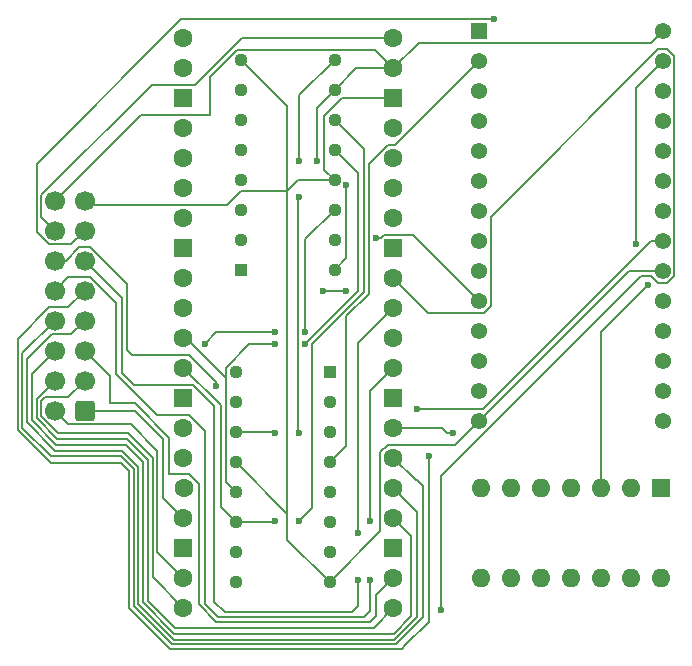
<source format=gtl>
G04 #@! TF.GenerationSoftware,KiCad,Pcbnew,8.0.0*
G04 #@! TF.CreationDate,2024-03-16T14:28:59-05:00*
G04 #@! TF.ProjectId,SensorModuleBase,53656e73-6f72-44d6-9f64-756c65426173,rev?*
G04 #@! TF.SameCoordinates,Original*
G04 #@! TF.FileFunction,Copper,L1,Top*
G04 #@! TF.FilePolarity,Positive*
%FSLAX46Y46*%
G04 Gerber Fmt 4.6, Leading zero omitted, Abs format (unit mm)*
G04 Created by KiCad (PCBNEW 8.0.0) date 2024-03-16 14:28:59*
%MOMM*%
%LPD*%
G01*
G04 APERTURE LIST*
G04 Aperture macros list*
%AMRoundRect*
0 Rectangle with rounded corners*
0 $1 Rounding radius*
0 $2 $3 $4 $5 $6 $7 $8 $9 X,Y pos of 4 corners*
0 Add a 4 corners polygon primitive as box body*
4,1,4,$2,$3,$4,$5,$6,$7,$8,$9,$2,$3,0*
0 Add four circle primitives for the rounded corners*
1,1,$1+$1,$2,$3*
1,1,$1+$1,$4,$5*
1,1,$1+$1,$6,$7*
1,1,$1+$1,$8,$9*
0 Add four rect primitives between the rounded corners*
20,1,$1+$1,$2,$3,$4,$5,0*
20,1,$1+$1,$4,$5,$6,$7,0*
20,1,$1+$1,$6,$7,$8,$9,0*
20,1,$1+$1,$8,$9,$2,$3,0*%
G04 Aperture macros list end*
G04 #@! TA.AperFunction,ComponentPad*
%ADD10R,1.130000X1.130000*%
G04 #@! TD*
G04 #@! TA.AperFunction,ComponentPad*
%ADD11C,1.130000*%
G04 #@! TD*
G04 #@! TA.AperFunction,ComponentPad*
%ADD12R,1.600000X1.600000*%
G04 #@! TD*
G04 #@! TA.AperFunction,ComponentPad*
%ADD13O,1.600000X1.600000*%
G04 #@! TD*
G04 #@! TA.AperFunction,ComponentPad*
%ADD14C,1.378000*%
G04 #@! TD*
G04 #@! TA.AperFunction,ComponentPad*
%ADD15R,1.378000X1.378000*%
G04 #@! TD*
G04 #@! TA.AperFunction,ComponentPad*
%ADD16RoundRect,0.250000X0.600000X0.600000X-0.600000X0.600000X-0.600000X-0.600000X0.600000X-0.600000X0*%
G04 #@! TD*
G04 #@! TA.AperFunction,ComponentPad*
%ADD17C,1.700000*%
G04 #@! TD*
G04 #@! TA.AperFunction,ComponentPad*
%ADD18C,1.600000*%
G04 #@! TD*
G04 #@! TA.AperFunction,ComponentPad*
%ADD19RoundRect,0.200000X-0.600000X-0.600000X0.600000X-0.600000X0.600000X0.600000X-0.600000X0.600000X0*%
G04 #@! TD*
G04 #@! TA.AperFunction,ViaPad*
%ADD20C,0.600000*%
G04 #@! TD*
G04 #@! TA.AperFunction,Conductor*
%ADD21C,0.200000*%
G04 #@! TD*
G04 APERTURE END LIST*
D10*
G04 #@! TO.P,U4,1,QB*
G04 #@! TO.N,Net-(U1-A9)*
X108075000Y-67380000D03*
D11*
G04 #@! TO.P,U4,2,QC*
G04 #@! TO.N,Net-(U1-A10)*
X108075000Y-69920000D03*
G04 #@! TO.P,U4,3,QD*
G04 #@! TO.N,Net-(U1-A11)*
X108075000Y-72460000D03*
G04 #@! TO.P,U4,4,QE*
G04 #@! TO.N,Net-(U1-A12)*
X108075000Y-75000000D03*
G04 #@! TO.P,U4,5,QF*
G04 #@! TO.N,unconnected-(U4-QF-Pad5)*
X108075000Y-77540000D03*
G04 #@! TO.P,U4,6,QG*
G04 #@! TO.N,unconnected-(U4-QG-Pad6)*
X108075000Y-80080000D03*
G04 #@! TO.P,U4,7,QH*
G04 #@! TO.N,unconnected-(U4-QH-Pad7)*
X108075000Y-82620000D03*
G04 #@! TO.P,U4,8,GND*
G04 #@! TO.N,Net-(J1-Pin_15)*
X108075000Y-85160000D03*
G04 #@! TO.P,U4,9,QH'*
G04 #@! TO.N,unconnected-(U4-QH'-Pad9)*
X100135000Y-85160000D03*
G04 #@! TO.P,U4,10,~{SRCLR}*
G04 #@! TO.N,Net-(A1-VSYS)*
X100135000Y-82620000D03*
G04 #@! TO.P,U4,11,SRCLK*
G04 #@! TO.N,Net-(A1-GP9)*
X100135000Y-80080000D03*
G04 #@! TO.P,U4,12,RCLK*
G04 #@! TO.N,Net-(A1-GP8)*
X100135000Y-77540000D03*
G04 #@! TO.P,U4,13,~{OE}*
G04 #@! TO.N,Net-(J1-Pin_15)*
X100135000Y-75000000D03*
G04 #@! TO.P,U4,14,SER*
G04 #@! TO.N,Net-(U3-QH')*
X100135000Y-72460000D03*
G04 #@! TO.P,U4,15,QA*
G04 #@! TO.N,Net-(U1-A8)*
X100135000Y-69920000D03*
G04 #@! TO.P,U4,16,VCC*
G04 #@! TO.N,Net-(A1-VSYS)*
X100135000Y-67380000D03*
G04 #@! TD*
D10*
G04 #@! TO.P,U3,1,QB*
G04 #@! TO.N,Net-(U1-A1)*
X100560000Y-58700000D03*
D11*
G04 #@! TO.P,U3,2,QC*
G04 #@! TO.N,Net-(U1-A2)*
X100560000Y-56160000D03*
G04 #@! TO.P,U3,3,QD*
G04 #@! TO.N,Net-(U1-A3)*
X100560000Y-53620000D03*
G04 #@! TO.P,U3,4,QE*
G04 #@! TO.N,Net-(U1-A4)*
X100560000Y-51080000D03*
G04 #@! TO.P,U3,5,QF*
G04 #@! TO.N,Net-(U1-A5)*
X100560000Y-48540000D03*
G04 #@! TO.P,U3,6,QG*
G04 #@! TO.N,Net-(U1-A6)*
X100560000Y-46000000D03*
G04 #@! TO.P,U3,7,QH*
G04 #@! TO.N,Net-(U1-A7)*
X100560000Y-43460000D03*
G04 #@! TO.P,U3,8,GND*
G04 #@! TO.N,Net-(J1-Pin_15)*
X100560000Y-40920000D03*
G04 #@! TO.P,U3,9,QH'*
G04 #@! TO.N,Net-(U3-QH')*
X108500000Y-40920000D03*
G04 #@! TO.P,U3,10,~{SRCLR}*
G04 #@! TO.N,Net-(A1-VSYS)*
X108500000Y-43460000D03*
G04 #@! TO.P,U3,11,SRCLK*
G04 #@! TO.N,Net-(A1-GP9)*
X108500000Y-46000000D03*
G04 #@! TO.P,U3,12,RCLK*
G04 #@! TO.N,Net-(A1-GP8)*
X108500000Y-48540000D03*
G04 #@! TO.P,U3,13,~{OE}*
G04 #@! TO.N,Net-(J1-Pin_15)*
X108500000Y-51080000D03*
G04 #@! TO.P,U3,14,SER*
G04 #@! TO.N,Net-(A1-GP10)*
X108500000Y-53620000D03*
G04 #@! TO.P,U3,15,QA*
G04 #@! TO.N,Net-(U1-A0)*
X108500000Y-56160000D03*
G04 #@! TO.P,U3,16,VCC*
G04 #@! TO.N,Net-(A1-VSYS)*
X108500000Y-58700000D03*
G04 #@! TD*
D12*
G04 #@! TO.P,U2,1*
G04 #@! TO.N,Net-(A1-GP11)*
X136125000Y-77200000D03*
D13*
G04 #@! TO.P,U2,2*
X133585000Y-77200000D03*
G04 #@! TO.P,U2,3*
G04 #@! TO.N,Net-(U1-~{OE})*
X131045000Y-77200000D03*
G04 #@! TO.P,U2,4*
G04 #@! TO.N,Net-(A1-GP12)*
X128505000Y-77200000D03*
G04 #@! TO.P,U2,5*
X125965000Y-77200000D03*
G04 #@! TO.P,U2,6*
G04 #@! TO.N,Net-(U1-~{WE})*
X123425000Y-77200000D03*
G04 #@! TO.P,U2,7*
G04 #@! TO.N,N/C*
X120885000Y-77200000D03*
G04 #@! TO.P,U2,8*
X120885000Y-84820000D03*
G04 #@! TO.P,U2,9*
X123425000Y-84820000D03*
G04 #@! TO.P,U2,10*
X125965000Y-84820000D03*
G04 #@! TO.P,U2,11*
X128505000Y-84820000D03*
G04 #@! TO.P,U2,12*
X131045000Y-84820000D03*
G04 #@! TO.P,U2,13*
X133585000Y-84820000D03*
G04 #@! TO.P,U2,14*
X136125000Y-84820000D03*
G04 #@! TD*
D14*
G04 #@! TO.P,U1,28,VCC*
G04 #@! TO.N,Net-(A1-VSYS)*
X136278750Y-38490000D03*
G04 #@! TO.P,U1,27,~{WE}*
G04 #@! TO.N,Net-(U1-~{WE})*
X136278750Y-41030000D03*
G04 #@! TO.P,U1,26*
G04 #@! TO.N,N/C*
X136278750Y-43570000D03*
G04 #@! TO.P,U1,25,A8*
G04 #@! TO.N,Net-(U1-A8)*
X136278750Y-46110000D03*
G04 #@! TO.P,U1,24,A9*
G04 #@! TO.N,Net-(U1-A9)*
X136278750Y-48650000D03*
G04 #@! TO.P,U1,23,A11*
G04 #@! TO.N,Net-(U1-A11)*
X136278750Y-51190000D03*
G04 #@! TO.P,U1,22,~{OE}*
G04 #@! TO.N,Net-(U1-~{OE})*
X136278750Y-53730000D03*
G04 #@! TO.P,U1,21,A10*
G04 #@! TO.N,Net-(U1-A10)*
X136278750Y-56270000D03*
G04 #@! TO.P,U1,20,~{CE}*
G04 #@! TO.N,Net-(J1-Pin_15)*
X136278750Y-58810000D03*
G04 #@! TO.P,U1,19,I/O7*
G04 #@! TO.N,unconnected-(U1-I{slash}O7-Pad19)*
X136278750Y-61350000D03*
G04 #@! TO.P,U1,18,I/O6*
G04 #@! TO.N,unconnected-(U1-I{slash}O6-Pad18)*
X136278750Y-63890000D03*
G04 #@! TO.P,U1,17,I/O5*
G04 #@! TO.N,unconnected-(U1-I{slash}O5-Pad17)*
X136278750Y-66430000D03*
G04 #@! TO.P,U1,16,I/O4*
G04 #@! TO.N,unconnected-(U1-I{slash}O4-Pad16)*
X136278750Y-68970000D03*
G04 #@! TO.P,U1,15,I/O3*
G04 #@! TO.N,unconnected-(U1-I{slash}O3-Pad15)*
X136278750Y-71510000D03*
G04 #@! TO.P,U1,14,GND*
G04 #@! TO.N,Net-(J1-Pin_15)*
X120721250Y-71510000D03*
G04 #@! TO.P,U1,13,I/O2*
G04 #@! TO.N,unconnected-(U1-I{slash}O2-Pad13)*
X120721250Y-68970000D03*
G04 #@! TO.P,U1,12,I/O1*
G04 #@! TO.N,unconnected-(U1-I{slash}O1-Pad12)*
X120721250Y-66430000D03*
G04 #@! TO.P,U1,11,I/O0*
G04 #@! TO.N,unconnected-(U1-I{slash}O0-Pad11)*
X120721250Y-63890000D03*
G04 #@! TO.P,U1,10,A0*
G04 #@! TO.N,Net-(U1-A0)*
X120721250Y-61350000D03*
G04 #@! TO.P,U1,9,A1*
G04 #@! TO.N,Net-(U1-A1)*
X120721250Y-58810000D03*
G04 #@! TO.P,U1,8,A2*
G04 #@! TO.N,Net-(U1-A2)*
X120721250Y-56270000D03*
G04 #@! TO.P,U1,7,A3*
G04 #@! TO.N,Net-(U1-A3)*
X120721250Y-53730000D03*
G04 #@! TO.P,U1,6,A4*
G04 #@! TO.N,Net-(U1-A4)*
X120721250Y-51190000D03*
G04 #@! TO.P,U1,5,A5*
G04 #@! TO.N,Net-(U1-A5)*
X120721250Y-48650000D03*
G04 #@! TO.P,U1,4,A6*
G04 #@! TO.N,Net-(U1-A6)*
X120721250Y-46110000D03*
G04 #@! TO.P,U1,3,A7*
G04 #@! TO.N,Net-(U1-A7)*
X120721250Y-43570000D03*
G04 #@! TO.P,U1,2,A12*
G04 #@! TO.N,Net-(U1-A12)*
X120721250Y-41030000D03*
D15*
G04 #@! TO.P,U1,1*
G04 #@! TO.N,N/C*
X120721250Y-38490000D03*
G04 #@! TD*
D16*
G04 #@! TO.P,J1,1,Pin_1*
G04 #@! TO.N,Net-(A1-GP13)*
X87362500Y-70637500D03*
D17*
G04 #@! TO.P,J1,2,Pin_2*
G04 #@! TO.N,Net-(A1-GP14)*
X84822500Y-70637500D03*
G04 #@! TO.P,J1,3,Pin_3*
G04 #@! TO.N,Net-(A1-GP15)*
X87362500Y-68097500D03*
G04 #@! TO.P,J1,4,Pin_4*
G04 #@! TO.N,Net-(A1-GP16)*
X84822500Y-68097500D03*
G04 #@! TO.P,J1,5,Pin_5*
G04 #@! TO.N,Net-(A1-GP17)*
X87362500Y-65557500D03*
G04 #@! TO.P,J1,6,Pin_6*
G04 #@! TO.N,Net-(A1-GP18)*
X84822500Y-65557500D03*
G04 #@! TO.P,J1,7,Pin_7*
G04 #@! TO.N,Net-(A1-GP19)*
X87362500Y-63017500D03*
G04 #@! TO.P,J1,8,Pin_8*
G04 #@! TO.N,Net-(A1-GP20)*
X84822500Y-63017500D03*
G04 #@! TO.P,J1,9,Pin_9*
G04 #@! TO.N,Net-(A1-GP21)*
X87362500Y-60477500D03*
G04 #@! TO.P,J1,10,Pin_10*
G04 #@! TO.N,Net-(A1-GP22)*
X84822500Y-60477500D03*
G04 #@! TO.P,J1,11,Pin_11*
G04 #@! TO.N,Net-(A1-GP26)*
X87362500Y-57937500D03*
G04 #@! TO.P,J1,12,Pin_12*
G04 #@! TO.N,Net-(A1-GP27)*
X84822500Y-57937500D03*
G04 #@! TO.P,J1,13,Pin_13*
G04 #@! TO.N,Net-(A1-GP28)*
X87362500Y-55397500D03*
G04 #@! TO.P,J1,14,Pin_14*
G04 #@! TO.N,Net-(A1-VBUS)*
X84822500Y-55397500D03*
G04 #@! TO.P,J1,15,Pin_15*
G04 #@! TO.N,Net-(J1-Pin_15)*
X87362500Y-52857500D03*
G04 #@! TO.P,J1,16,Pin_16*
G04 #@! TO.N,Net-(A1-VSYS)*
X84822500Y-52857500D03*
G04 #@! TD*
D18*
G04 #@! TO.P,A1,1,GP0*
G04 #@! TO.N,unconnected-(A1-GP0-Pad1)*
X95710000Y-39060000D03*
G04 #@! TO.P,A1,2,GP1*
G04 #@! TO.N,unconnected-(A1-GP1-Pad2)*
X95710000Y-41600000D03*
D19*
G04 #@! TO.P,A1,3,GND*
G04 #@! TO.N,unconnected-(A1-GND-Pad3)*
X95710000Y-44140000D03*
D18*
G04 #@! TO.P,A1,4,GP2*
G04 #@! TO.N,unconnected-(A1-GP2-Pad4)*
X95710000Y-46680000D03*
G04 #@! TO.P,A1,5,GP3*
G04 #@! TO.N,unconnected-(A1-GP3-Pad5)*
X95710000Y-49220000D03*
G04 #@! TO.P,A1,6,GP4*
G04 #@! TO.N,unconnected-(A1-GP4-Pad6)*
X95710000Y-51760000D03*
G04 #@! TO.P,A1,7,GP5*
G04 #@! TO.N,unconnected-(A1-GP5-Pad7)*
X95710000Y-54300000D03*
D19*
G04 #@! TO.P,A1,8,GND*
G04 #@! TO.N,unconnected-(A1-GND-Pad8)*
X95710000Y-56840000D03*
D18*
G04 #@! TO.P,A1,9,GP6*
G04 #@! TO.N,unconnected-(A1-GP6-Pad9)*
X95710000Y-59380000D03*
G04 #@! TO.P,A1,10,GP7*
G04 #@! TO.N,unconnected-(A1-GP7-Pad10)*
X95710000Y-61920000D03*
G04 #@! TO.P,A1,11,GP8*
G04 #@! TO.N,Net-(A1-GP8)*
X95710000Y-64460000D03*
G04 #@! TO.P,A1,12,GP9*
G04 #@! TO.N,Net-(A1-GP9)*
X95710000Y-67000000D03*
D19*
G04 #@! TO.P,A1,13,GND*
G04 #@! TO.N,unconnected-(A1-GND-Pad13)*
X95710000Y-69540000D03*
D18*
G04 #@! TO.P,A1,14,GP10*
G04 #@! TO.N,Net-(A1-GP10)*
X95710000Y-72080000D03*
G04 #@! TO.P,A1,15,GP11*
G04 #@! TO.N,Net-(A1-GP11)*
X95710000Y-74620000D03*
G04 #@! TO.P,A1,16,GP12*
G04 #@! TO.N,Net-(A1-GP12)*
X95751881Y-77160000D03*
G04 #@! TO.P,A1,17,GP13*
G04 #@! TO.N,Net-(A1-GP13)*
X95710000Y-79700000D03*
D19*
G04 #@! TO.P,A1,18,GND*
G04 #@! TO.N,unconnected-(A1-GND-Pad18)*
X95710000Y-82240000D03*
D18*
G04 #@! TO.P,A1,19,GP14*
G04 #@! TO.N,Net-(A1-GP14)*
X95710000Y-84780000D03*
G04 #@! TO.P,A1,20,GP15*
G04 #@! TO.N,Net-(A1-GP15)*
X95710000Y-87320000D03*
G04 #@! TO.P,A1,21,GP16*
G04 #@! TO.N,Net-(A1-GP16)*
X113490000Y-87320000D03*
G04 #@! TO.P,A1,22,GP17*
G04 #@! TO.N,Net-(A1-GP17)*
X113490000Y-84780000D03*
D19*
G04 #@! TO.P,A1,23,GND*
G04 #@! TO.N,unconnected-(A1-GND-Pad23)*
X113490000Y-82240000D03*
D18*
G04 #@! TO.P,A1,24,GP18*
G04 #@! TO.N,Net-(A1-GP18)*
X113490000Y-79700000D03*
G04 #@! TO.P,A1,25,GP19*
G04 #@! TO.N,Net-(A1-GP19)*
X113490000Y-77160000D03*
G04 #@! TO.P,A1,26,GP20*
G04 #@! TO.N,Net-(A1-GP20)*
X113490000Y-74620000D03*
G04 #@! TO.P,A1,27,GP21*
G04 #@! TO.N,Net-(A1-GP21)*
X113490000Y-72080000D03*
D19*
G04 #@! TO.P,A1,28,GND*
G04 #@! TO.N,unconnected-(A1-GND-Pad28)*
X113490000Y-69540000D03*
D18*
G04 #@! TO.P,A1,29,GP22*
G04 #@! TO.N,Net-(A1-GP22)*
X113490000Y-67000000D03*
G04 #@! TO.P,A1,30,RUN*
G04 #@! TO.N,unconnected-(A1-RUN-Pad30)*
X113490000Y-64460000D03*
G04 #@! TO.P,A1,31,GP26*
G04 #@! TO.N,Net-(A1-GP26)*
X113490000Y-61920000D03*
G04 #@! TO.P,A1,32,GP27*
G04 #@! TO.N,Net-(A1-GP27)*
X113490000Y-59380000D03*
D19*
G04 #@! TO.P,A1,33,AGND*
G04 #@! TO.N,unconnected-(A1-AGND-Pad33)*
X113490000Y-56840000D03*
D18*
G04 #@! TO.P,A1,34,GP28*
G04 #@! TO.N,Net-(A1-GP28)*
X113490000Y-54300000D03*
G04 #@! TO.P,A1,35,ADC_VREF*
G04 #@! TO.N,unconnected-(A1-ADC_VREF-Pad35)*
X113490000Y-51760000D03*
G04 #@! TO.P,A1,36,3V3_OUT*
G04 #@! TO.N,unconnected-(A1-3V3_OUT-Pad36)*
X113490000Y-49220000D03*
G04 #@! TO.P,A1,37,3V3_EN*
G04 #@! TO.N,unconnected-(A1-3V3_EN-Pad37)*
X113490000Y-46680000D03*
D19*
G04 #@! TO.P,A1,38,GND*
G04 #@! TO.N,Net-(J1-Pin_15)*
X113490000Y-44140000D03*
D18*
G04 #@! TO.P,A1,39,VSYS*
G04 #@! TO.N,Net-(A1-VSYS)*
X113490000Y-41600000D03*
G04 #@! TO.P,A1,40,VBUS*
G04 #@! TO.N,Net-(A1-VBUS)*
X113490000Y-39060000D03*
G04 #@! TD*
D20*
G04 #@! TO.N,Net-(A1-GP27)*
X117500000Y-87500000D03*
X98500000Y-68500000D03*
G04 #@! TO.N,Net-(A1-GP22)*
X111500000Y-80000000D03*
G04 #@! TO.N,Net-(A1-GP26)*
X110500000Y-81000000D03*
X110500000Y-85000000D03*
G04 #@! TO.N,Net-(A1-GP22)*
X111500000Y-85000000D03*
G04 #@! TO.N,Net-(A1-GP21)*
X118500000Y-72500000D03*
X116500000Y-74500000D03*
G04 #@! TO.N,Net-(A1-GP28)*
X122000000Y-37500000D03*
G04 #@! TO.N,Net-(U1-~{OE})*
X135000000Y-60000000D03*
G04 #@! TO.N,Net-(U1-~{WE})*
X134000000Y-56500000D03*
G04 #@! TO.N,Net-(U1-A8)*
X109500000Y-60500000D03*
X107500000Y-60500000D03*
G04 #@! TO.N,Net-(U1-A10)*
X115500000Y-70500000D03*
G04 #@! TO.N,Net-(U1-A0)*
X112000000Y-56000000D03*
G04 #@! TO.N,Net-(A1-VSYS)*
X107000000Y-49500000D03*
X109500000Y-51500000D03*
G04 #@! TO.N,Net-(U3-QH')*
X105500000Y-49500000D03*
X105500000Y-52500000D03*
X105500000Y-72500000D03*
X103500000Y-72500000D03*
G04 #@! TO.N,Net-(A1-GP10)*
X106000000Y-64000000D03*
X103500000Y-64000000D03*
X97500000Y-65000000D03*
G04 #@! TO.N,Net-(A1-GP9)*
X105500000Y-80000000D03*
X103500000Y-80000000D03*
G04 #@! TO.N,Net-(A1-GP8)*
X106000000Y-65000000D03*
X103500000Y-65000000D03*
G04 #@! TD*
D21*
G04 #@! TO.N,Net-(A1-GP27)*
X116449000Y-62339000D02*
X113490000Y-59380000D01*
X121130908Y-62339000D02*
X116449000Y-62339000D01*
X121710250Y-61759658D02*
X121130908Y-62339000D01*
X135869092Y-40041000D02*
X121710250Y-54199842D01*
X136688408Y-40041000D02*
X135869092Y-40041000D01*
X121710250Y-54199842D02*
X121710250Y-61759658D01*
X137267750Y-59219658D02*
X137267750Y-40620342D01*
X136688408Y-59799000D02*
X137267750Y-59219658D01*
X135869092Y-59799000D02*
X136688408Y-59799000D01*
X135289750Y-59219658D02*
X135869092Y-59799000D01*
X137267750Y-40620342D02*
X136688408Y-40041000D01*
X134410250Y-59219658D02*
X135289750Y-59219658D01*
X117500000Y-76129908D02*
X134410250Y-59219658D01*
X117500000Y-87500000D02*
X117500000Y-76129908D01*
X98500000Y-68234365D02*
X98500000Y-68500000D01*
X96165635Y-65900000D02*
X98500000Y-68234365D01*
X91332843Y-65900000D02*
X96165635Y-65900000D01*
X90932843Y-65500000D02*
X91332843Y-65900000D01*
X90932843Y-59881497D02*
X90932843Y-65500000D01*
X87838846Y-56787500D02*
X90932843Y-59881497D01*
X86886154Y-56787500D02*
X87838846Y-56787500D01*
X85736154Y-57937500D02*
X86886154Y-56787500D01*
X84822500Y-57937500D02*
X85736154Y-57937500D01*
G04 #@! TO.N,Net-(A1-GP26)*
X110500000Y-64910000D02*
X113490000Y-61920000D01*
X110500000Y-81000000D02*
X110500000Y-64910000D01*
G04 #@! TO.N,Net-(A1-GP22)*
X111500000Y-68990000D02*
X113490000Y-67000000D01*
X111500000Y-80000000D02*
X111500000Y-68990000D01*
G04 #@! TO.N,Net-(A1-GP26)*
X110500000Y-87200000D02*
X110500000Y-85000000D01*
X110000000Y-87700000D02*
X110500000Y-87200000D01*
X98315686Y-86815686D02*
X99200000Y-87700000D01*
X91505686Y-68440000D02*
X96522648Y-68440000D01*
X90532843Y-67467157D02*
X91505686Y-68440000D01*
X99200000Y-87700000D02*
X110000000Y-87700000D01*
X90532843Y-61107843D02*
X90532843Y-67467157D01*
X87362500Y-57937500D02*
X90532843Y-61107843D01*
X96522648Y-68440000D02*
X98315686Y-70233038D01*
X98315686Y-70233038D02*
X98315686Y-86815686D01*
G04 #@! TO.N,Net-(U1-A12)*
X109500000Y-73575000D02*
X108075000Y-75000000D01*
X109500000Y-62631372D02*
X109500000Y-73575000D01*
X111400000Y-60731372D02*
X109500000Y-62631372D01*
X113631250Y-48120000D02*
X113034365Y-48120000D01*
X113034365Y-48120000D02*
X111400000Y-49754365D01*
X111400000Y-49754365D02*
X111400000Y-60731372D01*
X120721250Y-41030000D02*
X113631250Y-48120000D01*
G04 #@! TO.N,Net-(A1-GP22)*
X87838846Y-59327500D02*
X85972500Y-59327500D01*
X90000000Y-61488654D02*
X87838846Y-59327500D01*
X90000000Y-67500000D02*
X90000000Y-61488654D01*
X96165635Y-70980000D02*
X93480000Y-70980000D01*
X85972500Y-59327500D02*
X84822500Y-60477500D01*
X97532843Y-72347208D02*
X96165635Y-70980000D01*
X97532843Y-86967157D02*
X97532843Y-72347208D01*
X98665686Y-88100000D02*
X97532843Y-86967157D01*
X93480000Y-70980000D02*
X90000000Y-67500000D01*
X111500000Y-87600000D02*
X111000000Y-88100000D01*
X111500000Y-85000000D02*
X111500000Y-87600000D01*
X111000000Y-88100000D02*
X98665686Y-88100000D01*
G04 #@! TO.N,Net-(A1-GP21)*
X118000000Y-72500000D02*
X117580000Y-72080000D01*
X117580000Y-72080000D02*
X113490000Y-72080000D01*
X118500000Y-72500000D02*
X118000000Y-72500000D01*
X116500000Y-88500000D02*
X116500000Y-74500000D01*
X114200000Y-90800000D02*
X114500000Y-90500000D01*
X94537258Y-90800000D02*
X114200000Y-90800000D01*
X91100000Y-87362744D02*
X94537258Y-90800000D01*
X91100000Y-87000000D02*
X91100000Y-87362744D01*
X90434314Y-75065686D02*
X91100000Y-75731372D01*
X81672500Y-72238186D02*
X84500000Y-75065686D01*
X81672500Y-64541154D02*
X81672500Y-72238186D01*
X84346154Y-61867500D02*
X81672500Y-64541154D01*
X91100000Y-75731372D02*
X91100000Y-87000000D01*
X85972500Y-61867500D02*
X84346154Y-61867500D01*
X87362500Y-60477500D02*
X85972500Y-61867500D01*
X114500000Y-90500000D02*
X116500000Y-88500000D01*
X84500000Y-75065686D02*
X90434314Y-75065686D01*
G04 #@! TO.N,Net-(A1-GP20)*
X115370000Y-76500000D02*
X113490000Y-74620000D01*
X116000000Y-77000000D02*
X115500000Y-76500000D01*
X113731372Y-90400000D02*
X116000000Y-88131372D01*
X94702943Y-90400000D02*
X113731372Y-90400000D01*
X91500000Y-87197058D02*
X94702943Y-90400000D01*
X116000000Y-88131372D02*
X116000000Y-77000000D01*
X91500000Y-75565686D02*
X91500000Y-87197058D01*
X90434314Y-74500000D02*
X91500000Y-75565686D01*
X115500000Y-76500000D02*
X115370000Y-76500000D01*
X84500000Y-74500000D02*
X90434314Y-74500000D01*
X82072500Y-72072500D02*
X84500000Y-74500000D01*
X82072500Y-65767500D02*
X82072500Y-72072500D01*
X84822500Y-63017500D02*
X82072500Y-65767500D01*
G04 #@! TO.N,Net-(A1-GP19)*
X115500000Y-79170000D02*
X113490000Y-77160000D01*
X115500000Y-88065686D02*
X115500000Y-79170000D01*
X113565686Y-90000000D02*
X115500000Y-88065686D01*
X91900000Y-75400000D02*
X91900000Y-87031372D01*
X90500000Y-74000000D02*
X91900000Y-75400000D01*
X91900000Y-87031372D02*
X94868628Y-90000000D01*
X84861597Y-74000000D02*
X90500000Y-74000000D01*
X82472500Y-71610903D02*
X84861597Y-74000000D01*
X94868628Y-90000000D02*
X113565686Y-90000000D01*
X82472500Y-66281154D02*
X82472500Y-71610903D01*
X84586154Y-64167500D02*
X82472500Y-66281154D01*
X86212500Y-64167500D02*
X84586154Y-64167500D01*
X87362500Y-63017500D02*
X86212500Y-64167500D01*
G04 #@! TO.N,Net-(A1-GP18)*
X115000000Y-81210000D02*
X113490000Y-79700000D01*
X113500000Y-89500000D02*
X115000000Y-88000000D01*
X94934314Y-89500000D02*
X113500000Y-89500000D01*
X92300000Y-86865686D02*
X94934314Y-89500000D01*
X92300000Y-74931372D02*
X92300000Y-86865686D01*
X115000000Y-88000000D02*
X115000000Y-81210000D01*
X90868628Y-73500000D02*
X92300000Y-74931372D01*
X84927283Y-73500000D02*
X90868628Y-73500000D01*
X82872500Y-71445217D02*
X84927283Y-73500000D01*
X82872500Y-67507500D02*
X82872500Y-71445217D01*
X84822500Y-65557500D02*
X82872500Y-67507500D01*
G04 #@! TO.N,Net-(A1-GP17)*
X112000000Y-86270000D02*
X113490000Y-84780000D01*
X112000000Y-88000000D02*
X112000000Y-86270000D01*
X111500000Y-88500000D02*
X112000000Y-88000000D01*
X98500000Y-88500000D02*
X111500000Y-88500000D01*
X97000000Y-87000000D02*
X98500000Y-88500000D01*
X96147516Y-76000000D02*
X97000000Y-76852484D01*
X94500000Y-76000000D02*
X96147516Y-76000000D01*
X94500000Y-72934314D02*
X94500000Y-76000000D01*
X91565686Y-70000000D02*
X94500000Y-72934314D01*
X89500000Y-70000000D02*
X91565686Y-70000000D01*
X97000000Y-76852484D02*
X97000000Y-87000000D01*
X89500000Y-67695000D02*
X89500000Y-70000000D01*
X87362500Y-65557500D02*
X89500000Y-67695000D01*
G04 #@! TO.N,Net-(A1-GP16)*
X111810000Y-89000000D02*
X113490000Y-87320000D01*
X95000000Y-89000000D02*
X111810000Y-89000000D01*
X92700000Y-86700000D02*
X95000000Y-89000000D01*
X92700000Y-74765686D02*
X92700000Y-86700000D01*
X90967157Y-73032843D02*
X92700000Y-74765686D01*
X85025812Y-73032843D02*
X90967157Y-73032843D01*
X83272500Y-71279531D02*
X85025812Y-73032843D01*
X83272500Y-69647500D02*
X83272500Y-71279531D01*
X84822500Y-68097500D02*
X83272500Y-69647500D01*
G04 #@! TO.N,Net-(A1-GP15)*
X93100000Y-74600000D02*
X93100000Y-84710000D01*
X93100000Y-84710000D02*
X95710000Y-87320000D01*
X91000000Y-72500000D02*
X93100000Y-74600000D01*
X85058654Y-72500000D02*
X91000000Y-72500000D01*
X83672500Y-71113846D02*
X85058654Y-72500000D01*
X83672500Y-69827500D02*
X83672500Y-71113846D01*
X84012500Y-69487500D02*
X83672500Y-69827500D01*
X85972500Y-69487500D02*
X84012500Y-69487500D01*
X87362500Y-68097500D02*
X85972500Y-69487500D01*
G04 #@! TO.N,Net-(A1-GP14)*
X93500000Y-82570000D02*
X95710000Y-84780000D01*
X91287500Y-71787500D02*
X93500000Y-74000000D01*
X85972500Y-71787500D02*
X91287500Y-71787500D01*
X93500000Y-74000000D02*
X93500000Y-82570000D01*
X84822500Y-70637500D02*
X85972500Y-71787500D01*
G04 #@! TO.N,Net-(A1-GP13)*
X94000000Y-77990000D02*
X95710000Y-79700000D01*
X91637500Y-70637500D02*
X94000000Y-73000000D01*
X94000000Y-73000000D02*
X94000000Y-77990000D01*
X87362500Y-70637500D02*
X91637500Y-70637500D01*
G04 #@! TO.N,Net-(A1-GP28)*
X83272500Y-49727500D02*
X95500000Y-37500000D01*
X83272500Y-55473846D02*
X83272500Y-49727500D01*
X95500000Y-37500000D02*
X122000000Y-37500000D01*
X84346154Y-56547500D02*
X83272500Y-55473846D01*
X86212500Y-56547500D02*
X84346154Y-56547500D01*
X87362500Y-55397500D02*
X86212500Y-56547500D01*
G04 #@! TO.N,Net-(A1-VBUS)*
X83672500Y-52381154D02*
X93013654Y-43040000D01*
X96651020Y-43040000D02*
X100631020Y-39060000D01*
X100631020Y-39060000D02*
X113490000Y-39060000D01*
X83672500Y-54247500D02*
X83672500Y-52381154D01*
X84822500Y-55397500D02*
X83672500Y-54247500D01*
X93013654Y-43040000D02*
X96651020Y-43040000D01*
G04 #@! TO.N,Net-(A1-VSYS)*
X97920000Y-42336705D02*
X100201705Y-40055000D01*
X97920000Y-45580000D02*
X97920000Y-42336705D01*
X111945000Y-40055000D02*
X113490000Y-41600000D01*
X92100000Y-45580000D02*
X97920000Y-45580000D01*
X84822500Y-52857500D02*
X92100000Y-45580000D01*
X100201705Y-40055000D02*
X111945000Y-40055000D01*
G04 #@! TO.N,Net-(J1-Pin_15)*
X99395000Y-53200000D02*
X100595000Y-52000000D01*
X87705000Y-53200000D02*
X99395000Y-53200000D01*
X87362500Y-52857500D02*
X87705000Y-53200000D01*
X100595000Y-52000000D02*
X104500000Y-52000000D01*
G04 #@! TO.N,Net-(U1-~{OE})*
X131045000Y-63955000D02*
X135000000Y-60000000D01*
X131045000Y-77200000D02*
X131045000Y-63955000D01*
G04 #@! TO.N,Net-(U1-~{WE})*
X134000000Y-43308750D02*
X136278750Y-41030000D01*
X134000000Y-56500000D02*
X134000000Y-43308750D01*
G04 #@! TO.N,Net-(U1-A8)*
X107500000Y-60500000D02*
X109500000Y-60500000D01*
G04 #@! TO.N,Net-(U1-A10)*
X121074357Y-70500000D02*
X115500000Y-70500000D01*
X135304357Y-56270000D02*
X121074357Y-70500000D01*
X136278750Y-56270000D02*
X135304357Y-56270000D01*
G04 #@! TO.N,Net-(J1-Pin_15)*
X120721250Y-71510000D02*
X133421250Y-58810000D01*
X133421250Y-58810000D02*
X136278750Y-58810000D01*
X113054365Y-73500000D02*
X118731250Y-73500000D01*
X112390000Y-74164365D02*
X113054365Y-73500000D01*
X112390000Y-80845000D02*
X112390000Y-74164365D01*
X118731250Y-73500000D02*
X120721250Y-71510000D01*
X108075000Y-85160000D02*
X112390000Y-80845000D01*
G04 #@! TO.N,Net-(U1-A0)*
X115111250Y-55740000D02*
X120721250Y-61350000D01*
X112677352Y-55740000D02*
X115111250Y-55740000D01*
X112417352Y-56000000D02*
X112677352Y-55740000D01*
X112000000Y-56000000D02*
X112417352Y-56000000D01*
G04 #@! TO.N,Net-(A1-GP10)*
X106000000Y-56120000D02*
X108500000Y-53620000D01*
X106000000Y-64000000D02*
X106000000Y-56120000D01*
G04 #@! TO.N,Net-(A1-VSYS)*
X108500000Y-58700000D02*
X109500000Y-57700000D01*
X109500000Y-57700000D02*
X109500000Y-51500000D01*
X107000000Y-44960000D02*
X108500000Y-43460000D01*
X107000000Y-49500000D02*
X107000000Y-44960000D01*
G04 #@! TO.N,Net-(A1-GP8)*
X110500000Y-60500000D02*
X110500000Y-50540000D01*
X110500000Y-50540000D02*
X108500000Y-48540000D01*
X106000000Y-65000000D02*
X110500000Y-60500000D01*
G04 #@! TO.N,Net-(A1-GP9)*
X111000000Y-48500000D02*
X108500000Y-46000000D01*
X111000000Y-60565686D02*
X111000000Y-48500000D01*
X106600000Y-78900000D02*
X106600000Y-64965686D01*
X105500000Y-80000000D02*
X106600000Y-78900000D01*
X106600000Y-64965686D02*
X111000000Y-60565686D01*
G04 #@! TO.N,Net-(J1-Pin_15)*
X109136705Y-44140000D02*
X113490000Y-44140000D01*
X107635000Y-50215000D02*
X107635000Y-45641705D01*
X108500000Y-51080000D02*
X107635000Y-50215000D01*
X107635000Y-45641705D02*
X109136705Y-44140000D01*
G04 #@! TO.N,Net-(A1-VSYS)*
X135289750Y-39479000D02*
X136278750Y-38490000D01*
X115611000Y-39479000D02*
X135289750Y-39479000D01*
X113490000Y-41600000D02*
X115611000Y-39479000D01*
G04 #@! TO.N,Net-(U3-QH')*
X105500000Y-43920000D02*
X108500000Y-40920000D01*
X105500000Y-49500000D02*
X105500000Y-43920000D01*
X105400000Y-52600000D02*
X105500000Y-52500000D01*
X105400000Y-72400000D02*
X105400000Y-52600000D01*
X105500000Y-72500000D02*
X105400000Y-72400000D01*
X103500000Y-72500000D02*
X103460000Y-72460000D01*
X100135000Y-72460000D02*
X103460000Y-72460000D01*
G04 #@! TO.N,Net-(A1-VSYS)*
X110360000Y-41600000D02*
X113490000Y-41600000D01*
X108500000Y-43460000D02*
X110360000Y-41600000D01*
G04 #@! TO.N,Net-(A1-GP10)*
X98500000Y-64000000D02*
X103500000Y-64000000D01*
X97500000Y-65000000D02*
X98500000Y-64000000D01*
G04 #@! TO.N,Net-(A1-GP9)*
X103420000Y-80080000D02*
X103500000Y-80000000D01*
X100135000Y-80080000D02*
X103420000Y-80080000D01*
X98870000Y-78815000D02*
X100135000Y-80080000D01*
X98870000Y-70160000D02*
X98870000Y-78815000D01*
X95710000Y-67000000D02*
X98870000Y-70160000D01*
G04 #@! TO.N,Net-(A1-GP8)*
X101291705Y-65000000D02*
X103500000Y-65000000D01*
X99270000Y-67021705D02*
X101291705Y-65000000D01*
X99270000Y-67831705D02*
X99270000Y-67021705D01*
X99270000Y-67831705D02*
X99270000Y-76675000D01*
X99270000Y-76675000D02*
X100135000Y-77540000D01*
X95898295Y-64460000D02*
X99270000Y-67831705D01*
X95710000Y-64460000D02*
X95898295Y-64460000D01*
G04 #@! TO.N,Net-(J1-Pin_15)*
X104500000Y-79500000D02*
X104500000Y-79365000D01*
X104500000Y-79500000D02*
X104500000Y-81585000D01*
X104500000Y-52000000D02*
X104500000Y-79500000D01*
X104500000Y-79365000D02*
X100135000Y-75000000D01*
X108500000Y-51080000D02*
X105420000Y-51080000D01*
X105420000Y-51080000D02*
X104500000Y-52000000D01*
X104500000Y-44860000D02*
X104500000Y-52000000D01*
X104500000Y-81585000D02*
X108075000Y-85160000D01*
X100560000Y-40920000D02*
X104500000Y-44860000D01*
G04 #@! TD*
M02*

</source>
